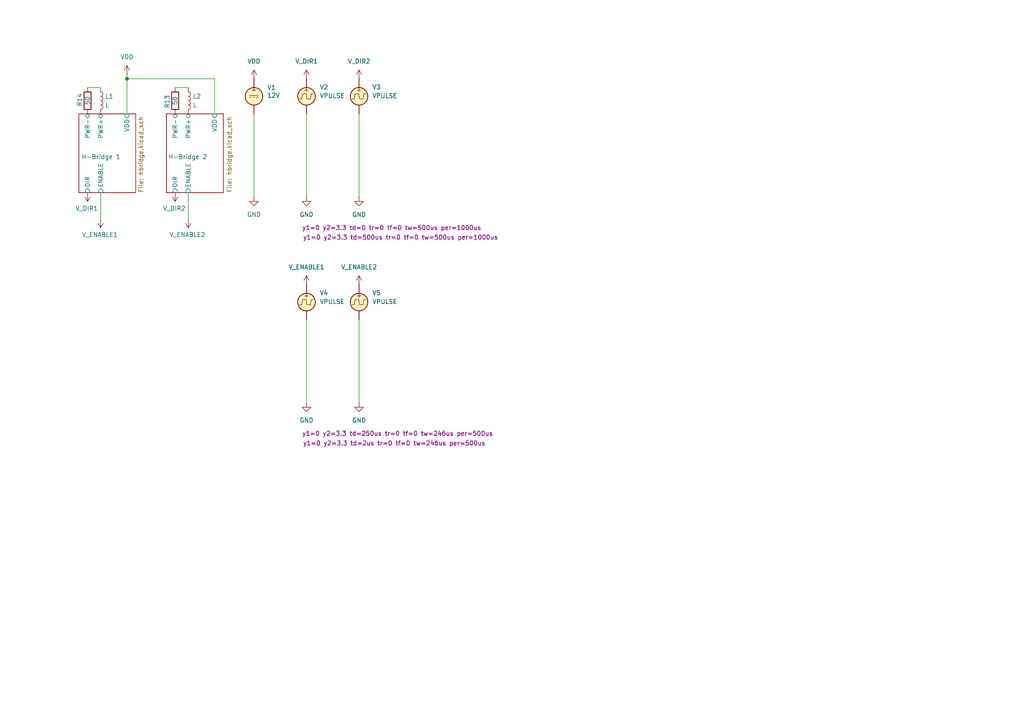
<source format=kicad_sch>
(kicad_sch (version 20250114) (generator "eeschema") (generator_version "9.0")
  (paper "A4")
  (lib_symbols
    (symbol "Device:L" (pin_numbers (hide yes)) (pin_names (offset 1.016) (hide yes))
      (property "Reference" "L" (at -1.27 0 90))
      (property "Value" "L" (at 1.905 0 90))
      (symbol "L_0_1"
        (arc (start 0 2.54) (mid 0.6323 1.905) (end 0 1.27))
        (arc (start 0 1.27) (mid 0.6323 0.635) (end 0 0))
        (arc (start 0 0) (mid 0.6323 -0.635) (end 0 -1.27))
        (arc (start 0 -1.27) (mid 0.6323 -1.905) (end 0 -2.54))
      )
      (symbol "L_1_1"
        (pin passive line (at 0 3.81 270) (length 1.27) (name "1") (number "1"))
        (pin passive line (at 0 -3.81 90) (length 1.27) (name "2") (number "2"))
      )
    )
    (symbol "Device:R" (pin_numbers (hide yes)) (pin_names (offset 0))
      (property "Reference" "R" (at 2.032 0 90))
      (property "Value" "R" (at 0 0 90))
      (symbol "R_0_1"
        (rectangle (start -1.016 -2.54) (end 1.016 2.54) (stroke (width 0.254)))
      )
      (symbol "R_1_1"
        (pin passive line (at 0 3.81 270) (length 1.27) (name "~") (number "1"))
        (pin passive line (at 0 -3.81 90) (length 1.27) (name "~") (number "2"))
      )
    )
    (symbol "Simulation_SPICE:VDC" (pin_numbers (hide yes)) (pin_names (offset 0.0254))
      (property "Reference" "V" (at 2.54 2.54 0))
      (property "Value" "1" (at 2.54 0 0))
      (symbol "VDC_0_0"
        (polyline (pts (xy -1.27 0.254) (xy 1.27 0.254)))
        (polyline (pts (xy -0.762 -0.254) (xy -1.27 -0.254)))
        (polyline (pts (xy 0.254 -0.254) (xy -0.254 -0.254)))
        (polyline (pts (xy 1.27 -0.254) (xy 0.762 -0.254)))
        (text "+" (at 0 1.905 0) (effects (font (size 1.27 1.27))))
      )
      (symbol "VDC_0_1"
        (circle (center 0 0) (radius 2.54) (stroke (width 0.254)) (fill (type background)))
      )
      (symbol "VDC_1_1"
        (pin passive line (at 0 5.08 270) (length 2.54) (name "~") (number "1"))
        (pin passive line (at 0 -5.08 90) (length 2.54) (name "~") (number "2"))
      )
    )
    (symbol "Simulation_SPICE:VPULSE" (pin_numbers (hide yes)) (pin_names (offset 0.0254))
      (property "Reference" "V" (at 2.54 2.54 0))
      (property "Value" "VPULSE" (at 2.54 0 0))
      (property "Sim.Params" "y1=0 y2=1 td=2n tr=2n tf=2n tw=50n per=100n" (at 2.54 -2.54 0))
      (symbol "VPULSE_0_0"
        (polyline (pts (xy -2.032 -0.762) (xy -1.397 -0.762) (xy -1.143 0.762) (xy -0.127 0.762) (xy 0.127 -0.762) (xy 1.143 -0.762) (xy 1.397 0.762) (xy 2.032 0.762)))
        (text "+" (at 0 1.905 0) (effects (font (size 1.27 1.27))))
      )
      (symbol "VPULSE_0_1"
        (circle (center 0 0) (radius 2.54) (stroke (width 0.254)) (fill (type background)))
      )
      (symbol "VPULSE_1_1"
        (pin passive line (at 0 5.08 270) (length 2.54) (name "~") (number "1"))
        (pin passive line (at 0 -5.08 90) (length 2.54) (name "~") (number "2"))
      )
    )
    (symbol "power:GND" (power) (pin_numbers (hide yes)) (pin_names (offset 0) (hide yes))
      (property "Value" "GND" (at 0 -3.81 0))
      (symbol "GND_0_1"
        (polyline (pts (xy 0 0) (xy 0 -1.27) (xy 1.27 -1.27) (xy 0 -2.54) (xy -1.27 -1.27) (xy 0 -1.27)))
      )
      (symbol "GND_1_1"
        (pin power_in line (at 0 0 270) (length 0) (name "~") (number "1"))
      )
    )
    (symbol "power:VCC" (power) (pin_numbers (hide yes)) (pin_names (offset 0) (hide yes))
      (property "Value" "VCC" (at 0 3.556 0))
      (symbol "VCC_0_1"
        (polyline (pts (xy -0.762 1.27) (xy 0 2.54)))
        (polyline (pts (xy 0 2.54) (xy 0.762 1.27)))
        (polyline (pts (xy 0 0) (xy 0 2.54)))
      )
      (symbol "VCC_1_1"
        (pin power_in line (at 0 0 90) (length 0) (name "~") (number "1"))
      )
    )
    (symbol "power:VDD" (power) (pin_numbers (hide yes)) (pin_names (offset 0) (hide yes))
      (property "Value" "VDD" (at 0 3.556 0))
      (symbol "VDD_0_1"
        (polyline (pts (xy -0.762 1.27) (xy 0 2.54)))
        (polyline (pts (xy 0 2.54) (xy 0.762 1.27)))
        (polyline (pts (xy 0 0) (xy 0 2.54)))
      )
      (symbol "VDD_1_1"
        (pin power_in line (at 0 0 90) (length 0) (name "~") (number "1"))
      )
    )
  )
  (junction (at 36.83 22.86))
  (wire (pts (xy 73.66 57.15) (xy 73.66 33.02)))
  (wire (pts (xy 54.61 25.4) (xy 50.8 25.4)))
  (wire (pts (xy 25.4 25.4) (xy 29.21 25.4)))
  (wire (pts (xy 104.14 92.71) (xy 104.14 116.84)))
  (wire (pts (xy 36.83 22.86) (xy 36.83 33.02)))
  (wire (pts (xy 62.23 22.86) (xy 62.23 33.02)))
  (wire (pts (xy 29.21 55.88) (xy 29.21 63.5)))
  (wire (pts (xy 88.9 57.15) (xy 88.9 33.02)))
  (wire (pts (xy 36.83 22.86) (xy 36.83 21.59)))
  (wire (pts (xy 88.9 116.84) (xy 88.9 92.71)))
  (wire (pts (xy 104.14 33.02) (xy 104.14 57.15)))
  (wire (pts (xy 54.61 55.88) (xy 54.61 63.5)))
  (wire (pts (xy 36.83 22.86) (xy 62.23 22.86)))
  (symbol (lib_id "Simulation_SPICE:VPULSE") (at 88.9 87.63 0) (unit 1)
    (property "Reference" "V4" (at 92.71 84.9601 0) (effects (justify left)))
    (property "Value" "VPULSE" (at 92.71 87.5001 0) (effects (justify left)))
    (property "Datasheet" "https://ngspice.sourceforge.io/docs/ngspice-html-manual/manual.xhtml#sec_Independent_Sources_for" (effects (hide yes)))
    (property "Description" "Voltage source, pulse" (effects (hide yes)))
    (property "Sim.Pins" "1=+ 2=-" (effects (hide yes)))
    (property "Sim.Type" "PULSE" (effects (hide yes)))
    (property "Sim.Device" "V" (effects (hide yes)))
    (property "Sim.Params" "y1=0 y2=3.3 td=2us tr=0 tf=0 tw=246us per=500us" (at 87.884 128.524 0) (effects (justify left)))
  )
  (symbol (lib_id "power:VCC") (at 29.21 63.5 180) (unit 1)
    (property "Reference" "#PWR026" (effects (hide yes)))
    (property "Value" "V_ENABLE1" (at 28.956 68.072 0))
    (property "Description" "Power symbol creates a global label with name \"VCC\"" (effects (hide yes)))
  )
  (symbol (lib_id "Simulation_SPICE:VPULSE") (at 88.9 27.94 0) (unit 1)
    (property "Reference" "V2" (at 92.71 25.2701 0) (effects (justify left)))
    (property "Value" "VPULSE" (at 92.71 27.8101 0) (effects (justify left)))
    (property "Datasheet" "https://ngspice.sourceforge.io/docs/ngspice-html-manual/manual.xhtml#sec_Independent_Sources_for" (effects (hide yes)))
    (property "Description" "Voltage source, pulse" (effects (hide yes)))
    (property "Sim.Pins" "1=+ 2=-" (effects (hide yes)))
    (property "Sim.Type" "PULSE" (effects (hide yes)))
    (property "Sim.Device" "V" (effects (hide yes)))
    (property "Sim.Params" "y1=0 y2=3.3 td=500us tr=0 tf=0 tw=500us per=1000us" (at 87.884 68.834 0) (effects (justify left)))
  )
  (symbol (lib_id "Simulation_SPICE:VPULSE") (at 104.14 87.63 0) (unit 1)
    (property "Reference" "V5" (at 107.95 84.9601 0) (effects (justify left)))
    (property "Value" "VPULSE" (at 107.95 87.5001 0) (effects (justify left)))
    (property "Datasheet" "https://ngspice.sourceforge.io/docs/ngspice-html-manual/manual.xhtml#sec_Independent_Sources_for" (effects (hide yes)))
    (property "Description" "Voltage source, pulse" (effects (hide yes)))
    (property "Sim.Pins" "1=+ 2=-" (effects (hide yes)))
    (property "Sim.Type" "PULSE" (effects (hide yes)))
    (property "Sim.Device" "V" (effects (hide yes)))
    (property "Sim.Params" "y1=0 y2=3.3 td=250us tr=0 tf=0 tw=246us per=500us" (at 87.63 125.73 0) (effects (justify left)))
  )
  (symbol (lib_id "power:VDD") (at 73.66 22.86 0) (unit 1)
    (property "Reference" "#PWR013" (effects (hide yes)))
    (property "Value" "VDD" (at 73.66 17.78 0))
    (property "Description" "Power symbol creates a global label with name \"VDD\"" (effects (hide yes)))
  )
  (symbol (lib_id "power:GND") (at 73.66 57.15 0) (unit 1)
    (property "Reference" "#PWR02" (effects (hide yes)))
    (property "Value" "GND" (at 73.66 62.23 0))
    (property "Description" "Power symbol creates a global label with name \"GND\" , ground" (effects (hide yes)))
  )
  (symbol (lib_id "power:GND") (at 88.9 57.15 0) (unit 1)
    (property "Reference" "#PWR015" (effects (hide yes)))
    (property "Value" "GND" (at 88.9 62.23 0))
    (property "Description" "Power symbol creates a global label with name \"GND\" , ground" (effects (hide yes)))
  )
  (symbol (lib_id "Simulation_SPICE:VPULSE") (at 104.14 27.94 0) (unit 1)
    (property "Reference" "V3" (at 107.95 25.2701 0) (effects (justify left)))
    (property "Value" "VPULSE" (at 107.95 27.8101 0) (effects (justify left)))
    (property "Datasheet" "https://ngspice.sourceforge.io/docs/ngspice-html-manual/manual.xhtml#sec_Independent_Sources_for" (effects (hide yes)))
    (property "Description" "Voltage source, pulse" (effects (hide yes)))
    (property "Sim.Pins" "1=+ 2=-" (effects (hide yes)))
    (property "Sim.Type" "PULSE" (effects (hide yes)))
    (property "Sim.Device" "V" (effects (hide yes)))
    (property "Sim.Params" "y1=0 y2=3.3 td=0 tr=0 tf=0 tw=500us per=1000us" (at 87.63 66.04 0) (effects (justify left)))
  )
  (symbol (lib_id "power:VCC") (at 25.4 55.88 180) (unit 1)
    (property "Reference" "#PWR030" (effects (hide yes)))
    (property "Value" "V_DIR1" (at 25.146 60.452 0))
    (property "Description" "Power symbol creates a global label with name \"VCC\"" (effects (hide yes)))
  )
  (symbol (lib_id "Device:R") (at 25.4 29.21 0) (unit 1)
    (property "Reference" "R14" (at 23.114 28.956 90))
    (property "Value" "50" (at 25.4 29.21 90))
    (property "Description" "Resistor" (effects (hide yes)))
  )
  (symbol (lib_id "power:VCC") (at 88.9 22.86 0) (unit 1)
    (property "Reference" "#PWR07" (effects (hide yes)))
    (property "Value" "V_DIR1" (at 88.9 17.78 0))
    (property "Description" "Power symbol creates a global label with name \"VCC\"" (effects (hide yes)))
  )
  (symbol (lib_id "power:VCC") (at 104.14 82.55 0) (unit 1)
    (property "Reference" "#PWR019" (effects (hide yes)))
    (property "Value" "V_ENABLE2" (at 104.14 77.47 0))
    (property "Description" "Power symbol creates a global label with name \"VCC\"" (effects (hide yes)))
  )
  (symbol (lib_id "power:GND") (at 104.14 116.84 0) (unit 1)
    (property "Reference" "#PWR021" (effects (hide yes)))
    (property "Value" "GND" (at 104.14 121.92 0))
    (property "Description" "Power symbol creates a global label with name \"GND\" , ground" (effects (hide yes)))
  )
  (symbol (lib_id "power:GND") (at 104.14 57.15 0) (unit 1)
    (property "Reference" "#PWR024" (effects (hide yes)))
    (property "Value" "GND" (at 104.14 62.23 0))
    (property "Description" "Power symbol creates a global label with name \"GND\" , ground" (effects (hide yes)))
  )
  (symbol (lib_id "power:GND") (at 88.9 116.84 0) (unit 1)
    (property "Reference" "#PWR017" (effects (hide yes)))
    (property "Value" "GND" (at 88.9 121.92 0))
    (property "Description" "Power symbol creates a global label with name \"GND\" , ground" (effects (hide yes)))
  )
  (symbol (lib_id "Device:R") (at 50.8 29.21 0) (unit 1)
    (property "Reference" "R13" (at 48.514 29.464 90))
    (property "Value" "50" (at 50.8 29.21 90))
    (property "Description" "Resistor" (effects (hide yes)))
  )
  (symbol (lib_id "Device:L") (at 54.61 29.21 0) (unit 1)
    (property "Reference" "L2" (at 55.88 27.9399 0) (effects (justify left)))
    (property "Value" "L" (at 55.88 30.4799 0) (effects (justify left)))
    (property "Description" "Inductor" (effects (hide yes)))
  )
  (symbol (lib_id "power:VCC") (at 54.61 63.5 180) (unit 1)
    (property "Reference" "#PWR027" (effects (hide yes)))
    (property "Value" "V_ENABLE2" (at 54.356 68.072 0))
    (property "Description" "Power symbol creates a global label with name \"VCC\"" (effects (hide yes)))
  )
  (symbol (lib_id "power:VDD") (at 36.83 21.59 0) (unit 1)
    (property "Reference" "#PWR029" (effects (hide yes)))
    (property "Value" "VDD" (at 36.83 16.51 0))
    (property "Description" "Power symbol creates a global label with name \"VDD\"" (effects (hide yes)))
  )
  (symbol (lib_id "power:VCC") (at 104.14 22.86 0) (unit 1)
    (property "Reference" "#PWR023" (effects (hide yes)))
    (property "Value" "V_DIR2" (at 104.14 17.78 0))
    (property "Description" "Power symbol creates a global label with name \"VCC\"" (effects (hide yes)))
  )
  (symbol (lib_id "Device:L") (at 29.21 29.21 0) (unit 1)
    (property "Reference" "L1" (at 30.48 27.9399 0) (effects (justify left)))
    (property "Value" "L" (at 30.48 30.4799 0) (effects (justify left)))
    (property "Description" "Inductor" (effects (hide yes)))
  )
  (symbol (lib_id "power:VCC") (at 88.9 82.55 0) (unit 1)
    (property "Reference" "#PWR016" (effects (hide yes)))
    (property "Value" "V_ENABLE1" (at 88.9 77.47 0))
    (property "Description" "Power symbol creates a global label with name \"VCC\"" (effects (hide yes)))
  )
  (symbol (lib_id "Simulation_SPICE:VDC") (at 73.66 27.94 0) (unit 1)
    (property "Reference" "V1" (at 77.47 25.4 0) (effects (justify left)))
    (property "Value" "12V" (at 77.47 27.686 0) (effects (justify left)))
    (property "Datasheet" "https://ngspice.sourceforge.io/docs/ngspice-html-manual/manual.xhtml#sec_Independent_Sources_for" (effects (hide yes)))
    (property "Description" "Voltage source, DC" (effects (hide yes)))
    (property "Sim.Pins" "1=+ 2=-" (effects (hide yes)))
    (property "Sim.Type" "DC" (effects (hide yes)))
    (property "Sim.Device" "V" (effects (hide yes)))
  )
  (symbol (lib_id "power:VCC") (at 50.8 55.88 180) (unit 1)
    (property "Reference" "#PWR012" (effects (hide yes)))
    (property "Value" "V_DIR2" (at 50.546 60.452 0))
    (property "Description" "Power symbol creates a global label with name \"VCC\"" (effects (hide yes)))
  )
  (sheet (at 48.26 33.02) (size 16.51 22.86) (stroke (width 0.1524))
    (property "Sheetname" "H-Bridge 2" (at 48.768 46.228 0) (effects (justify left bottom)))
    (property "Sheetfile" "hbridge.kicad_sch" (at 65.786 55.88 90) (effects (justify left top)))
    (pin "VDD" input (at 62.23 33.02 90))
    (pin "DIR" input (at 50.8 55.88 270))
    (pin "PWR+" bidirectional (at 54.61 33.02 90))
    (pin "PWR-" bidirectional (at 50.8 33.02 90))
    (pin "ENABLE" input (at 54.61 55.88 270))
  )
  (sheet (at 22.86 33.02) (size 16.51 22.86) (stroke (width 0.1524))
    (property "Sheetname" "H-Bridge 1" (at 23.622 46.228 0) (effects (justify left bottom)))
    (property "Sheetfile" "hbridge.kicad_sch" (at 40.132 55.88 90) (effects (justify left top)))
    (pin "VDD" input (at 36.83 33.02 90))
    (pin "DIR" input (at 25.4 55.88 270))
    (pin "PWR+" bidirectional (at 29.21 33.02 90))
    (pin "PWR-" bidirectional (at 25.4 33.02 90))
    (pin "ENABLE" input (at 29.21 55.88 270))
  )
)
</source>
